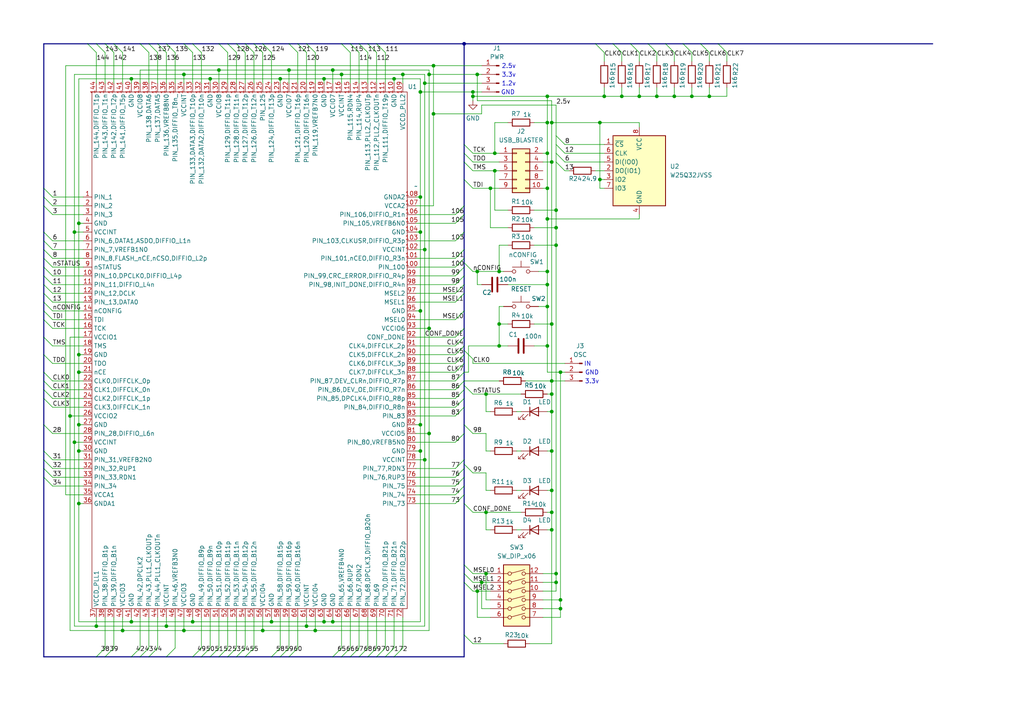
<source format=kicad_sch>
(kicad_sch (version 20231120) (generator "eeschema") (generator_version "8.0")
  (paper "A4")
  (lib_symbols
    (symbol "Connector:Conn_01x03_Pin" (pin_names (offset 1.016) hide)
      (property "Reference" "J" (at 0 5.08 0))
      (property "Value" "Conn_01x03_Pin" (at 0 -5.08 0))
      (symbol "Conn_01x03_Pin_1_1"
        (pin passive line (at 5.08 2.54 180) (length 3.81) (name "Pin_1") (number "1"))
        (pin passive line (at 5.08 0 180) (length 3.81) (name "Pin_2") (number "2"))
        (pin passive line (at 5.08 -2.54 180) (length 3.81) (name "Pin_3") (number "3"))
      )
    )
    (symbol "Connector:Conn_01x04_Pin" (pin_names (offset 1.016) hide)
      (property "Reference" "J" (at 0 5.08 0))
      (property "Value" "Conn_01x04_Pin" (at 0 -7.62 0))
      (symbol "Conn_01x04_Pin_1_1"
        (pin passive line (at 5.08 2.54 180) (length 3.81) (name "Pin_1") (number "1"))
        (pin passive line (at 5.08 0 180) (length 3.81) (name "Pin_2") (number "2"))
        (pin passive line (at 5.08 -2.54 180) (length 3.81) (name "Pin_3") (number "3"))
        (pin passive line (at 5.08 -5.08 180) (length 3.81) (name "Pin_4") (number "4"))
      )
    )
    (symbol "Connector_Generic:Conn_02x05_Odd_Even" (pin_names (offset 1.016) hide)
      (property "Reference" "J" (at 1.27 7.62 0))
      (property "Value" "Conn_02x05_Odd_Even" (at 1.27 -7.62 0))
      (symbol "Conn_02x05_Odd_Even_1_1"
        (pin passive line (at -5.08 5.08 0) (length 3.81) (name "Pin_1") (number "1"))
        (pin passive line (at 7.62 -5.08 180) (length 3.81) (name "Pin_10") (number "10"))
        (pin passive line (at 7.62 5.08 180) (length 3.81) (name "Pin_2") (number "2"))
        (pin passive line (at -5.08 2.54 0) (length 3.81) (name "Pin_3") (number "3"))
        (pin passive line (at 7.62 2.54 180) (length 3.81) (name "Pin_4") (number "4"))
        (pin passive line (at -5.08 0 0) (length 3.81) (name "Pin_5") (number "5"))
        (pin passive line (at 7.62 0 180) (length 3.81) (name "Pin_6") (number "6"))
        (pin passive line (at -5.08 -2.54 0) (length 3.81) (name "Pin_7") (number "7"))
        (pin passive line (at 7.62 -2.54 180) (length 3.81) (name "Pin_8") (number "8"))
        (pin passive line (at -5.08 -5.08 0) (length 3.81) (name "Pin_9") (number "9"))
      )
    )
    (symbol "Device:C" (pin_numbers hide) (pin_names (offset 0.254))
      (property "Reference" "C" (at 0.635 2.54 0))
      (property "Value" "C" (at 0.635 -2.54 0))
      (symbol "C_1_1"
        (pin passive line (at 0 3.81 270) (length 2.794) (name "~") (number "1"))
        (pin passive line (at 0 -3.81 90) (length 2.794) (name "~") (number "2"))
      )
    )
    (symbol "Device:LED" (pin_numbers hide) (pin_names (offset 1.016) hide)
      (property "Reference" "D" (at 0 2.54 0))
      (property "Value" "LED" (at 0 -2.54 0))
      (symbol "LED_1_1"
        (pin passive line (at -3.81 0 0) (length 2.54) (name "K") (number "1"))
        (pin passive line (at 3.81 0 180) (length 2.54) (name "A") (number "2"))
      )
    )
    (symbol "Device:R" (pin_numbers hide) (pin_names (offset 0))
      (property "Reference" "R" (at 2.032 0 90))
      (property "Value" "R" (at 0 0 90))
      (symbol "R_1_1"
        (pin passive line (at 0 3.81 270) (length 1.27) (name "~") (number "1"))
        (pin passive line (at 0 -3.81 90) (length 1.27) (name "~") (number "2"))
      )
    )
    (symbol "Memory_Flash:W25Q32JVSS"
      (property "Reference" "U" (at -6.35 11.43 0))
      (property "Value" "W25Q32JVSS" (at 7.62 11.43 0))
      (symbol "W25Q32JVSS_1_1"
        (pin input line (at -10.16 7.62 0) (length 2.54) (name "~{CS}") (number "1"))
        (pin bidirectional line (at -10.16 0 0) (length 2.54) (name "DO(IO1)") (number "2"))
        (pin bidirectional line (at -10.16 -2.54 0) (length 2.54) (name "IO2") (number "3"))
        (pin power_in line (at 0 -12.7 90) (length 2.54) (name "GND") (number "4"))
        (pin bidirectional line (at -10.16 2.54 0) (length 2.54) (name "DI(IO0)") (number "5"))
        (pin input line (at -10.16 5.08 0) (length 2.54) (name "CLK") (number "6"))
        (pin bidirectional line (at -10.16 -5.08 0) (length 2.54) (name "IO3") (number "7"))
        (pin power_in line (at 0 12.7 270) (length 2.54) (name "VCC") (number "8"))
      )
    )
    (symbol "Switch:SW_DIP_x06" (pin_names (offset 0) hide)
      (property "Reference" "SW" (at 0 11.43 0))
      (property "Value" "SW_DIP_x06" (at 0 -8.89 0))
      (symbol "SW_DIP_x06_1_1"
        (pin passive line (at -7.62 7.62 0) (length 5.08) (name "~") (number "1"))
        (pin passive line (at 7.62 2.54 180) (length 5.08) (name "~") (number "10"))
        (pin passive line (at 7.62 5.08 180) (length 5.08) (name "~") (number "11"))
        (pin passive line (at 7.62 7.62 180) (length 5.08) (name "~") (number "12"))
        (pin passive line (at -7.62 5.08 0) (length 5.08) (name "~") (number "2"))
        (pin passive line (at -7.62 2.54 0) (length 5.08) (name "~") (number "3"))
        (pin passive line (at -7.62 0 0) (length 5.08) (name "~") (number "4"))
        (pin passive line (at -7.62 -2.54 0) (length 5.08) (name "~") (number "5"))
        (pin passive line (at -7.62 -5.08 0) (length 5.08) (name "~") (number "6"))
        (pin passive line (at 7.62 -5.08 180) (length 5.08) (name "~") (number "7"))
        (pin passive line (at 7.62 -2.54 180) (length 5.08) (name "~") (number "8"))
        (pin passive line (at 7.62 0 180) (length 5.08) (name "~") (number "9"))
      )
    )
    (symbol "Switch:SW_Push" (pin_numbers hide) (pin_names (offset 1.016) hide)
      (property "Reference" "SW" (at 1.27 2.54 0))
      (property "Value" "SW_Push" (at 0 -1.524 0))
      (symbol "SW_Push_0_1"
        (pin passive line (at -5.08 0 0) (length 2.54) (name "1") (number "1"))
        (pin passive line (at 5.08 0 180) (length 2.54) (name "2") (number "2"))
      )
    )
    (symbol "cyclone10:10CL010YE144"
      (property "Reference" "U" (at -20.574 57.15 0))
      (symbol "10CL010YE144_1_1"
        (pin bidirectional line (at -48.26 41.91 0) (length 2.54) (name "PIN_1") (number "1"))
        (pin bidirectional line (at -48.26 19.05 0) (length 2.54) (name "PIN_10,DPCLK0,DIFFIO_L4p") (number "10"))
        (pin bidirectional line (at 48.26 21.59 180) (length 2.54) (name "PIN_100") (number "100"))
        (pin bidirectional line (at 48.26 24.13 180) (length 2.54) (name "PIN_101,nCEO,DIFFIO_R3n") (number "101"))
        (pin power_in line (at 48.26 26.67 180) (length 2.54) (name "VCCINT") (number "102"))
        (pin bidirectional line (at 48.26 29.21 180) (length 2.54) (name "PIN_103,CLKUSR,DIFFIO_R3p") (number "103"))
        (pin power_in line (at 48.26 31.75 180) (length 2.54) (name "GND") (number "104"))
        (pin bidirectional line (at 48.26 34.29 180) (length 2.54) (name "PIN_105,VREFB6N0") (number "105"))
        (pin bidirectional line (at 48.26 36.83 180) (length 2.54) (name "PIN_106,DIFFIO_R1n") (number "106"))
        (pin power_in line (at 48.26 39.37 180) (length 2.54) (name "VCCA2") (number "107"))
        (pin power_in line (at 48.26 41.91 180) (length 2.54) (name "GNDA2") (number "108"))
        (pin power_in line (at 44.45 74.93 270) (length 2.54) (name "VCCD_PLL2") (number "109"))
        (pin bidirectional line (at -48.26 16.51 0) (length 2.54) (name "PIN_11,DIFFIO_L4n") (number "11"))
        (pin power_in line (at 41.91 74.93 270) (length 2.54) (name "GND") (number "110"))
        (pin bidirectional line (at 39.37 74.93 270) (length 2.54) (name "PIN_111,DIFFIO_T19p") (number "111"))
        (pin bidirectional line (at 36.83 74.93 270) (length 2.54) (name "PIN_112,PLL2_CLKOUTn") (number "112"))
        (pin bidirectional line (at 34.29 74.93 270) (length 2.54) (name "PIN_113,PLL2_CLKOUTp") (number "113"))
        (pin bidirectional line (at 31.75 74.93 270) (length 2.54) (name "PIN_114,RUP4") (number "114"))
        (pin bidirectional line (at 29.21 74.93 270) (length 2.54) (name "PIN_115,RDN4") (number "115"))
        (pin power_in line (at 26.67 74.93 270) (length 2.54) (name "VCCINT") (number "116"))
        (pin bidirectional line (at 24.13 74.93 270) (length 2.54) (name "VCCIO7") (number "117"))
        (pin power_in line (at 21.59 74.93 270) (length 2.54) (name "GND") (number "118"))
        (pin bidirectional line (at 19.05 74.93 270) (length 2.54) (name "PIN_119,VREFB7N0") (number "119"))
        (pin bidirectional line (at -48.26 13.97 0) (length 2.54) (name "PIN_12,DCLK") (number "12"))
        (pin bidirectional line (at 16.51 74.93 270) (length 2.54) (name "PIN_120,DIFFIO_T16n") (number "120"))
        (pin bidirectional line (at 13.97 74.93 270) (length 2.54) (name "PIN_121,DIFFIO_T16p") (number "121"))
        (pin power_in line (at 11.43 74.93 270) (length 2.54) (name "VCCIO7") (number "122"))
        (pin power_in line (at 8.89 74.93 270) (length 2.54) (name "GND") (number "123"))
        (pin bidirectional line (at 6.35 74.93 270) (length 2.54) (name "PIN_124,DIFFIO_T13p") (number "124"))
        (pin bidirectional line (at 3.81 74.93 270) (length 2.54) (name "PIN_125") (number "125"))
        (pin bidirectional line (at 1.27 74.93 270) (length 2.54) (name "PIN_126,DIFFIO_T12n") (number "126"))
        (pin bidirectional line (at -1.27 74.93 270) (length 2.54) (name "PIN_127,DIFFIO_T12p") (number "127"))
        (pin bidirectional line (at -3.81 74.93 270) (length 2.54) (name "PIN_128,DIFFIO_T11n") (number "128"))
        (pin bidirectional line (at -6.35 74.93 270) (length 2.54) (name "PIN_129,DIFFIO_T11p") (number "129"))
        (pin bidirectional line (at -48.26 11.43 0) (length 2.54) (name "PIN_13,DATA0") (number "13"))
        (pin power_in line (at -8.89 74.93 270) (length 2.54) (name "VCCIO8") (number "130"))
        (pin power_in line (at -11.43 74.93 270) (length 2.54) (name "GND") (number "131"))
        (pin bidirectional line (at -13.97 74.93 270) (length 2.54) (name "PIN_132,DATA2,DIFFIO_T10n") (number "132"))
        (pin bidirectional line (at -16.51 74.93 270) (length 2.54) (name "PIN_133,DATA3,DIFFIO_T10p") (number "133"))
        (pin power_in line (at -19.05 74.93 270) (length 2.54) (name "VCCINT") (number "134"))
        (pin bidirectional line (at -21.59 74.93 270) (length 2.54) (name "PIN_135,DIFFIO_T8n_") (number "135"))
        (pin bidirectional line (at -24.13 74.93 270) (length 2.54) (name "PIN_136,VREFB8N0") (number "136"))
        (pin bidirectional line (at -26.67 74.93 270) (length 2.54) (name "PIN_137,DATA5") (number "137"))
        (pin bidirectional line (at -29.21 74.93 270) (length 2.54) (name "PIN_138,DATA6") (number "138"))
        (pin power_in line (at -31.75 74.93 270) (length 2.54) (name "VCCIO8") (number "139"))
        (pin input line (at -48.26 8.89 0) (length 2.54) (name "nCONFIG") (number "14"))
        (pin power_in line (at -34.29 74.93 270) (length 2.54) (name "GND") (number "140"))
        (pin bidirectional line (at -36.83 74.93 270) (length 2.54) (name "PIN_141,DIFFIO_T5p") (number "141"))
        (pin bidirectional line (at -39.37 74.93 270) (length 2.54) (name "PIN_142,DIFFIO_T2p") (number "142"))
        (pin bidirectional line (at -41.91 74.93 270) (length 2.54) (name "PIN_143,DIFFIO_T1n") (number "143"))
        (pin bidirectional line (at -44.45 74.93 270) (length 2.54) (name "PIN_144,DIFFIO_T1p") (number "144"))
        (pin input line (at -48.26 6.35 0) (length 2.54) (name "TDI") (number "15"))
        (pin input line (at -48.26 3.81 0) (length 2.54) (name "TCK") (number "16"))
        (pin power_in line (at -48.26 1.27 0) (length 2.54) (name "VCCIO1") (number "17"))
        (pin input line (at -48.26 -1.27 0) (length 2.54) (name "TMS") (number "18"))
        (pin power_in line (at -48.26 -3.81 0) (length 2.54) (name "GND") (number "19"))
        (pin bidirectional line (at -48.26 39.37 0) (length 2.54) (name "PIN_2") (number "2"))
        (pin output line (at -48.26 -6.35 0) (length 2.54) (name "TDO") (number "20"))
        (pin input line (at -48.26 -8.89 0) (length 2.54) (name "nCE") (number "21"))
        (pin input line (at -48.26 -11.43 0) (length 2.54) (name "CLK0,DIFFCLK_0p") (number "22"))
        (pin input line (at -48.26 -13.97 0) (length 2.54) (name "CLK1,DIFFCLK_0n") (number "23"))
        (pin input line (at -48.26 -16.51 0) (length 2.54) (name "CLK2,DIFFCLK_1p") (number "24"))
        (pin input line (at -48.26 -19.05 0) (length 2.54) (name "CLK3,DIFFCLK_1n") (number "25"))
        (pin power_in line (at -48.26 -21.59 0) (length 2.54) (name "VCCIO2") (number "26"))
        (pin power_in line (at -48.26 -24.13 0) (length 2.54) (name "GND") (number "27"))
        (pin bidirectional line (at -48.26 -26.67 0) (length 2.54) (name "PIN_28,DIFFIO_L6n") (number "28"))
        (pin power_in line (at -48.26 -29.21 0) (length 2.54) (name "VCCINT") (number "29"))
        (pin bidirectional line (at -48.26 36.83 0) (length 2.54) (name "PIN_3") (number "3"))
        (pin power_in line (at -48.26 -31.75 0) (length 2.54) (name "GND") (number "30"))
        (pin bidirectional line (at -48.26 -34.29 0) (length 2.54) (name "PIN_31,VREFB2N0") (number "31"))
        (pin bidirectional line (at -48.26 -36.83 0) (length 2.54) (name "PIN_32,RUP1") (number "32"))
        (pin bidirectional line (at -48.26 -39.37 0) (length 2.54) (name "PIN_33,RDN1") (number "33"))
        (pin bidirectional line (at -48.26 -41.91 0) (length 2.54) (name "PIN_34") (number "34"))
        (pin power_in line (at -48.26 -44.45 0) (length 2.54) (name "VCCA1") (number "35"))
        (pin bidirectional line (at -48.26 -46.99 0) (length 2.54) (name "GNDA1") (number "36"))
        (pin power_in line (at -44.45 -80.01 90) (length 2.54) (name "VCCD_PLL1") (number "37"))
        (pin bidirectional line (at -41.91 -80.01 90) (length 2.54) (name "PIN_38,DIFFIO_B1p") (number "38"))
        (pin bidirectional line (at -39.37 -80.01 90) (length 2.54) (name "PIN_39,DIFFIO_B1n") (number "39"))
        (pin power_in line (at -48.26 34.29 0) (length 2.54) (name "GND") (number "4"))
        (pin power_in line (at -36.83 -80.01 90) (length 2.54) (name "VCCIO3") (number "40"))
        (pin power_in line (at -34.29 -80.01 90) (length 2.54) (name "GND") (number "41"))
        (pin bidirectional line (at -31.75 -80.01 90) (length 2.54) (name "PIN_42,DPCLK2") (number "42"))
        (pin bidirectional line (at -29.21 -80.01 90) (length 2.54) (name "PIN_43,PLL1_CLKOUTp") (number "43"))
        (pin bidirectional line (at -26.67 -80.01 90) (length 2.54) (name "PIN_44,PLL1_CLKOUTn") (number "44"))
        (pin power_in line (at -24.13 -80.01 90) (length 2.54) (name "VCCINT") (number "45"))
        (pin bidirectional line (at -21.59 -80.01 90) (length 2.54) (name "PIN_46,VREFB3N0") (number "46"))
        (pin power_in line (at -19.05 -80.01 90) (length 2.54) (name "VCCIO3") (number "47"))
        (pin power_in line (at -16.51 -80.01 90) (length 2.54) (name "GND") (number "48"))
        (pin bidirectional line (at -13.97 -80.01 90) (length 2.54) (name "PIN_49,DIFFIO_B9p") (number "49"))
        (pin power_in line (at -48.26 31.75 0) (length 2.54) (name "VCCINT") (number "5"))
        (pin bidirectional line (at -11.43 -80.01 90) (length 2.54) (name "PIN_50,DIFFIO_B9n") (number "50"))
        (pin bidirectional line (at -8.89 -80.01 90) (length 2.54) (name "PIN_51,DIFFIO_B10p") (number "51"))
        (pin input line (at -6.35 -80.01 90) (length 2.54) (name "PIN_52,DIFFIO_B11p") (number "52"))
        (pin bidirectional line (at -3.81 -80.01 90) (length 2.54) (name "PIN_53,DIFFIO_B11n") (number "53"))
        (pin bidirectional line (at -1.27 -80.01 90) (length 2.54) (name "PIN_54,DIFFIO_B12p") (number "54"))
        (pin bidirectional line (at 1.27 -80.01 90) (length 2.54) (name "PIN_55,DIFFIO_B12n") (number "55"))
        (pin power_in line (at 3.81 -80.01 90) (length 2.54) (name "VCCIO4") (number "56"))
        (pin power_in line (at 6.35 -80.01 90) (length 2.54) (name "GND") (number "57"))
        (pin bidirectional line (at 8.89 -80.01 90) (length 2.54) (name "PIN_58,DIFFIO_B15p") (number "58"))
        (pin bidirectional line (at 11.43 -80.01 90) (length 2.54) (name "PIN_59,DIFFIO_B16p") (number "59"))
        (pin bidirectional line (at -48.26 29.21 0) (length 2.54) (name "PIN_6,DATA1,ASDO,DIFFIO_L1n") (number "6"))
        (pin bidirectional line (at 13.97 -80.01 90) (length 2.54) (name "PIN_60,DIFFIO_B16n") (number "60"))
        (pin power_in line (at 16.51 -80.01 90) (length 2.54) (name "VCCINT") (number "61"))
        (pin power_in line (at 19.05 -80.01 90) (length 2.54) (name "VCCIO4") (number "62"))
        (pin power_in line (at 21.59 -80.01 90) (length 2.54) (name "GND") (number "63"))
        (pin power_in line (at 24.13 -80.01 90) (length 2.54) (name "GND") (number "64"))
        (pin bidirectional line (at 26.67 -80.01 90) (length 2.54) (name "PIN_65,VREFB4N0") (number "65"))
        (pin bidirectional line (at 29.21 -80.01 90) (length 2.54) (name "PIN_66,RUP2") (number "66"))
        (pin bidirectional line (at 31.75 -80.01 90) (length 2.54) (name "PIN_67,RDN2") (number "67"))
        (pin bidirectional line (at 34.29 -80.01 90) (length 2.54) (name "PIN_68,DPCLK3,DIFFIO_B20n") (number "68"))
        (pin bidirectional line (at 36.83 -80.01 90) (length 2.54) (name "PIN_69") (number "69"))
        (pin bidirectional line (at -48.26 26.67 0) (length 2.54) (name "PIN_7,VREFB1N0") (number "7"))
        (pin bidirectional line (at 39.37 -80.01 90) (length 2.54) (name "PIN_70,DIFFIO_B21p") (number "70"))
        (pin bidirectional line (at 41.91 -80.01 90) (length 2.54) (name "PIN_71,DIFFIO_B21n") (number "71"))
        (pin bidirectional line (at 44.45 -80.01 90) (length 2.54) (name "PIN_72,DIFFIO_B22p") (number "72"))
        (pin bidirectional line (at 48.26 -46.99 180) (length 2.54) (name "PIN_73") (number "73"))
        (pin bidirectional line (at 48.26 -44.45 180) (length 2.54) (name "PIN_74") (number "74"))
        (pin bidirectional line (at 48.26 -41.91 180) (length 2.54) (name "PIN_75") (number "75"))
        (pin bidirectional line (at 48.26 -39.37 180) (length 2.54) (name "PIN_76,RUP3") (number "76"))
        (pin bidirectional line (at 48.26 -36.83 180) (length 2.54) (name "PIN_77,RDN3") (number "77"))
        (pin power_in line (at 48.26 -34.29 180) (length 2.54) (name "VCCINT") (number "78"))
        (pin power_in line (at 48.26 -31.75 180) (length 2.54) (name "GND") (number "79"))
        (pin bidirectional line (at -48.26 24.13 0) (length 2.54) (name "PIN_8,FLASH_nCE,nCSO,DIFFIO_L2p") (number "8"))
        (pin bidirectional line (at 48.26 -29.21 180) (length 2.54) (name "PIN_80,VREFB5N0") (number "80"))
        (pin power_in line (at 48.26 -26.67 180) (length 2.54) (name "VCCIO5") (number "81"))
        (pin power_in line (at 48.26 -24.13 180) (length 2.54) (name "GND") (number "82"))
        (pin bidirectional line (at 48.26 -21.59 180) (length 2.54) (name "PIN_83") (number "83"))
        (pin bidirectional line (at 48.26 -19.05 180) (length 2.54) (name "PIN_84,DIFFIO_R8n") (number "84"))
        (pin bidirectional line (at 48.26 -16.51 180) (length 2.54) (name "PIN_85,DPCLK4,DIFFIO_R8p") (number "85"))
        (pin bidirectional line (at 48.26 -13.97 180) (length 2.54) (name "PIN_86,DEV_OE,DIFFIO_R7n") (number "86"))
        (pin bidirectional line (at 48.26 -11.43 180) (length 2.54) (name "PIN_87,DEV_CLRn,DIFFIO_R7p") (number "87"))
        (pin input line (at 48.26 -8.89 180) (length 2.54) (name "CLK7,DIFFCLK_3n") (number "88"))
        (pin input line (at 48.26 -6.35 180) (length 2.54) (name "CLK6,DIFFCLK_3p") (number "89"))
        (pin output line (at -48.26 21.59 0) (length 2.54) (name "nSTATUS") (number "9"))
        (pin input line (at 48.26 -3.81 180) (length 2.54) (name "CLK5,DIFFCLK_2n") (number "90"))
        (pin input line (at 48.26 -1.27 180) (length 2.54) (name "CLK4,DIFFCLK_2p") (number "91"))
        (pin output line (at 48.26 1.27 180) (length 2.54) (name "CONF_DONE") (number "92"))
        (pin power_in line (at 48.26 3.81 180) (length 2.54) (name "VCCIO6") (number "93"))
        (pin input line (at 48.26 6.35 180) (length 2.54) (name "MSEL0") (number "94"))
        (pin power_in line (at 48.26 8.89 180) (length 2.54) (name "GND") (number "95"))
        (pin input line (at 48.26 11.43 180) (length 2.54) (name "MSEL1") (number "96"))
        (pin input line (at 48.26 13.97 180) (length 2.54) (name "MSEL2") (number "97"))
        (pin bidirectional line (at 48.26 16.51 180) (length 2.54) (name "PIN_98,INIT_DONE,DIFFIO_R4n") (number "98"))
        (pin bidirectional line (at 48.26 19.05 180) (length 2.54) (name "PIN_99,CRC_ERROR,DIFFIO_R4p") (number "99"))
      )
    )
    (symbol "power:GND" (power) (pin_numbers hide) (pin_names (offset 0) hide)
      (property "Value" "GND" (at 0 -3.81 0))
      (symbol "GND_1_1"
        (pin power_in line (at 0 0 270) (length 0) (name "~") (number "1"))
      )
    )
  )
  (junction (at 180.34 27.94))
  (junction (at 144.78 78.74))
  (junction (at 121.92 67.31))
  (junction (at 144.78 100.33))
  (junction (at 205.74 27.94))
  (junction (at 53.34 21.59))
  (junction (at 142.24 54.61))
  (junction (at 121.92 90.17))
  (junction (at 158.75 35.56))
  (junction (at 185.42 27.94))
  (junction (at 160.02 119.38))
  (junction (at 76.2 182.88))
  (junction (at 140.97 166.37))
  (junction (at 158.75 82.55))
  (junction (at 114.3 22.86))
  (junction (at 160.02 130.81))
  (junction (at 55.88 180.34))
  (junction (at 158.75 88.9))
  (junction (at 161.29 166.37))
  (junction (at 200.66 27.94))
  (junction (at 143.51 44.45))
  (junction (at 125.73 19.05))
  (junction (at 158.75 63.5))
  (junction (at 38.1 22.86))
  (junction (at 93.98 22.86))
  (junction (at 48.26 181.61))
  (junction (at 160.02 148.59))
  (junction (at 158.75 27.94))
  (junction (at 158.75 100.33))
  (junction (at 21.59 67.31))
  (junction (at 161.29 60.96))
  (junction (at 173.99 52.07))
  (junction (at 161.29 71.12))
  (junction (at 121.92 26.67))
  (junction (at 123.19 72.39))
  (junction (at 78.74 180.34))
  (junction (at 27.94 181.61))
  (junction (at 124.46 95.25))
  (junction (at 160.02 153.67))
  (junction (at 63.5 20.32))
  (junction (at 88.9 181.61))
  (junction (at 21.59 128.27))
  (junction (at 162.56 173.99))
  (junction (at 158.75 78.74))
  (junction (at 123.19 24.13))
  (junction (at 143.51 49.53))
  (junction (at 60.96 22.86))
  (junction (at 53.34 182.88))
  (junction (at 160.02 142.24))
  (junction (at 91.44 182.88))
  (junction (at 134.62 12.7))
  (junction (at 162.56 107.95))
  (junction (at 160.02 46.99))
  (junction (at 22.86 64.77))
  (junction (at 125.73 33.02))
  (junction (at 22.86 102.87))
  (junction (at 138.43 21.59))
  (junction (at 137.16 26.67))
  (junction (at 144.78 93.98))
  (junction (at 121.92 123.19))
  (junction (at 175.26 27.94))
  (junction (at 124.46 21.59))
  (junction (at 160.02 110.49))
  (junction (at 190.5 27.94))
  (junction (at 93.98 180.34))
  (junction (at 22.86 107.95))
  (junction (at 116.84 21.59))
  (junction (at 138.43 171.45))
  (junction (at 138.43 78.74))
  (junction (at 158.75 44.45))
  (junction (at 195.58 27.94))
  (junction (at 160.02 35.56))
  (junction (at 140.97 148.59))
  (junction (at 83.82 20.32))
  (junction (at 162.56 176.53))
  (junction (at 160.02 93.98))
  (junction (at 123.19 133.35))
  (junction (at 124.46 125.73))
  (junction (at 99.06 21.59))
  (junction (at 38.1 180.34))
  (junction (at 173.99 35.56))
  (junction (at 161.29 66.04))
  (junction (at 161.29 168.91))
  (junction (at 139.7 168.91))
  (junction (at 121.92 57.15))
  (junction (at 81.28 22.86))
  (junction (at 121.92 130.81))
  (junction (at 140.97 114.3))
  (junction (at 160.02 114.3))
  (junction (at 20.32 120.65))
  (junction (at 96.52 20.32))
  (junction (at 22.86 130.81))
  (junction (at 137.16 27.94))
  (junction (at 158.75 54.61))
  (junction (at 22.86 146.05))
  (junction (at 96.52 180.34))
  (junction (at 22.86 123.19))
  (junction (at 35.56 182.88))
  (bus_entry (at 132.08 80.01) (size 2.54 -2.54))
  (bus_entry (at 132.08 115.57) (size 2.54 -2.54))
  (bus_entry (at 134.62 101.6) (size 2.54 2.54))
  (bus_entry (at 33.02 12.7) (size 2.54 2.54))
  (bus_entry (at 134.62 123.19) (size 2.54 2.54))
  (bus_entry (at 132.08 113.03) (size 2.54 -2.54))
  (bus_entry (at 132.08 62.23) (size 2.54 -2.54))
  (bus_entry (at 81.28 187.96) (size -2.54 2.54))
  (bus_entry (at 101.6 12.7) (size 2.54 2.54))
  (bus_entry (at 30.48 187.96) (size -2.54 2.54))
  (bus_entry (at 104.14 187.96) (size -2.54 2.54))
  (bus_entry (at 12.7 110.49) (size 2.54 2.54))
  (bus_entry (at 12.7 57.15) (size 2.54 2.54))
  (bus_entry (at 114.3 187.96) (size -2.54 2.54))
  (bus_entry (at 71.12 187.96) (size -2.54 2.54))
  (bus_entry (at 88.9 12.7) (size 2.54 2.54))
  (bus_entry (at 12.7 72.39) (size 2.54 2.54))
  (bus_entry (at 12.7 80.01) (size 2.54 2.54))
  (bus_entry (at 109.22 187.96) (size -2.54 2.54))
  (bus_entry (at 12.7 133.35) (size 2.54 2.54))
  (bus_entry (at 104.14 12.7) (size 2.54 2.54))
  (bus_entry (at 132.08 110.49) (size 2.54 -2.54))
  (bus_entry (at 111.76 187.96) (size -2.54 2.54))
  (bus_entry (at 86.36 187.96) (size -2.54 2.54))
  (bus_entry (at 132.08 97.79) (size 2.54 -2.54))
  (bus_entry (at 40.64 12.7) (size 2.54 2.54))
  (bus_entry (at 12.7 69.85) (size 2.54 2.54))
  (bus_entry (at 48.26 12.7) (size 2.54 2.54))
  (bus_entry (at 132.08 87.63) (size 2.54 -2.54))
  (bus_entry (at 161.29 44.45) (size 2.54 2.54))
  (bus_entry (at 86.36 12.7) (size 2.54 2.54))
  (bus_entry (at 76.2 12.7) (size 2.54 2.54))
  (bus_entry (at 187.96 12.7) (size 2.54 2.54))
  (bus_entry (at 161.29 39.37) (size 2.54 2.54))
  (bus_entry (at 40.64 187.96) (size -2.54 2.54))
  (bus_entry (at 134.62 163.83) (size 2.54 2.54))
  (bus_entry (at 55.88 12.7) (size 2.54 2.54))
  (bus_entry (at 132.08 102.87) (size 2.54 -2.54))
  (bus_entry (at 83.82 12.7) (size 2.54 2.54))
  (bus_entry (at 12.7 77.47) (size 2.54 2.54))
  (bus_entry (at 193.04 12.7) (size 2.54 2.54))
  (bus_entry (at 25.4 12.7) (size 2.54 2.54))
  (bus_entry (at 132.08 92.71) (size 2.54 -2.54))
  (bus_entry (at 132.08 135.89) (size 2.54 -2.54))
  (bus_entry (at 161.29 46.99) (size 2.54 2.54))
  (bus_entry (at 132.08 140.97) (size 2.54 -2.54))
  (bus_entry (at 134.62 46.99) (size 2.54 2.54))
  (bus_entry (at 132.08 146.05) (size 2.54 -2.54))
  (bus_entry (at 45.72 12.7) (size 2.54 2.54))
  (bus_entry (at 12.7 67.31) (size 2.54 2.54))
  (bus_entry (at 12.7 82.55) (size 2.54 2.54))
  (bus_entry (at 109.22 12.7) (size 2.54 2.54))
  (bus_entry (at 132.08 82.55) (size 2.54 -2.54))
  (bus_entry (at 132.08 64.77) (size 2.54 -2.54))
  (bus_entry (at 132.08 128.27) (size 2.54 -2.54))
  (bus_entry (at 208.28 12.7) (size 2.54 2.54))
  (bus_entry (at 172.72 12.7) (size 2.54 2.54))
  (bus_entry (at 12.7 130.81) (size 2.54 2.54))
  (bus_entry (at 177.8 12.7) (size 2.54 2.54))
  (bus_entry (at 132.08 74.93) (size 2.54 -2.54))
  (bus_entry (at 132.08 143.51) (size 2.54 -2.54))
  (bus_entry (at 134.62 166.37) (size 2.54 2.54))
  (bus_entry (at 198.12 12.7) (size 2.54 2.54))
  (bus_entry (at 134.62 184.15) (size 2.54 2.54))
  (bus_entry (at 12.7 123.19) (size 2.54 2.54))
  (bus_entry (at 132.08 69.85) (size 2.54 -2.54))
  (bus_entry (at 132.08 120.65) (size 2.54 -2.54))
  (bus_entry (at 12.7 102.87) (size 2.54 2.54))
  (bus_entry (at 63.5 187.96) (size -2.54 2.54))
  (bus_entry (at 60.96 187.96) (size -2.54 2.54))
  (bus_entry (at 12.7 92.71) (size 2.54 2.54))
  (bus_entry (at 116.84 187.96) (size -2.54 2.54))
  (bus_entry (at 12.7 113.03) (size 2.54 2.54))
  (bus_entry (at 99.06 187.96) (size -2.54 2.54))
  (bus_entry (at 12.7 54.61) (size 2.54 2.54))
  (bus_entry (at 161.29 41.91) (size 2.54 2.54))
  (bus_entry (at 68.58 187.96) (size -2.54 2.54))
  (bus_entry (at 134.62 52.07) (size 2.54 2.54))
  (bus_entry (at 58.42 187.96) (size -2.54 2.54))
  (bus_entry (at 106.68 12.7) (size 2.54 2.54))
  (bus_entry (at 12.7 138.43) (size 2.54 2.54))
  (bus_entry (at 99.06 12.7) (size 2.54 2.54))
  (bus_entry (at 134.62 111.76) (size 2.54 2.54))
  (bus_entry (at 12.7 59.69) (size 2.54 2.54))
  (bus_entry (at 182.88 12.7) (size 2.54 2.54))
  (bus_entry (at 132.08 107.95) (size 2.54 -2.54))
  (bus_entry (at 43.18 187.96) (size -2.54 2.54))
  (bus_entry (at 12.7 90.17) (size 2.54 2.54))
  (bus_entry (at 63.5 12.7) (size 2.54 2.54))
  (bus_entry (at 132.08 100.33) (size 2.54 -2.54))
  (bus_entry (at 132.08 85.09) (size 2.54 -2.54))
  (bus_entry (at 71.12 12.7) (size 2.54 2.54))
  (bus_entry (at 12.7 74.93) (size 2.54 2.54))
  (bus_entry (at 134.62 168.91) (size 2.54 2.54))
  (bus_entry (at 132.08 105.41) (size 2.54 -2.54))
  (bus_entry (at 33.02 187.96) (size -2.54 2.54))
  (bus_entry (at 134.62 44.45) (size 2.54 2.54))
  (bus_entry (at 203.2 12.7) (size 2.54 2.54))
  (bus_entry (at 73.66 12.7) (size 2.54 2.54))
  (bus_entry (at 134.62 146.05) (size 2.54 2.54))
  (bus_entry (at 83.82 187.96) (size -2.54 2.54))
  (bus_entry (at 43.18 12.7) (size 2.54 2.54))
  (bus_entry (at 134.62 134.62) (size 2.54 2.54))
  (bus_entry (at 134.62 41.91) (size 2.54 2.54))
  (bus_entry (at 45.72 187.96) (size -2.54 2.54))
  (bus_entry (at 132.08 118.11) (size 2.54 -2.54))
  (bus_entry (at 106.68 187.96) (size -2.54 2.54))
  (bus_entry (at 12.7 115.57) (size 2.54 2.54))
  (bus_entry (at 12.7 97.79) (size 2.54 2.54))
  (bus_entry (at 12.7 87.63) (size 2.54 2.54))
  (bus_entry (at 66.04 187.96) (size -2.54 2.54))
  (bus_entry (at 134.62 76.2) (size 2.54 2.54))
  (bus_entry (at 68.58 12.7) (size 2.54 2.54))
  (bus_entry (at 12.7 85.09) (size 2.54 2.54))
  (bus_entry (at 132.08 138.43) (size 2.54 -2.54))
  (bus_entry (at 30.48 12.7) (size 2.54 2.54))
  (bus_entry (at 132.08 77.47) (size 2.54 -2.54))
  (bus_entry (at 27.94 12.7) (size 2.54 2.54))
  (bus_entry (at 12.7 107.95) (size 2.54 2.54))
  (bus_entry (at 101.6 187.96) (size -2.54 2.54))
  (bus_entry (at 73.66 187.96) (size -2.54 2.54))
  (bus_entry (at 53.34 12.7) (size 2.54 2.54))
  (bus_entry (at 66.04 12.7) (size 2.54 2.54))
  (bus_entry (at 50.8 187.96) (size -2.54 2.54))
  (bus_entry (at 12.7 135.89) (size 2.54 2.54))
  (bus (pts (xy 109.22 12.7) (xy 106.68 12.7)))
  (wire (pts (xy 120.65 135.89) (xy 132.08 135.89)))
  (wire (pts (xy 15.24 92.71) (xy 24.13 92.71)))
  (wire (pts (xy 15.24 74.93) (xy 24.13 74.93)))
  (wire (pts (xy 195.58 27.94) (xy 190.5 27.94)))
  (wire (pts (xy 40.64 179.07) (xy 40.64 187.96)))
  (wire (pts (xy 152.4 110.49) (xy 160.02 110.49)))
  (wire (pts (xy 205.74 25.4) (xy 205.74 27.94)))
  (wire (pts (xy 22.86 130.81) (xy 22.86 123.19)))
  (wire (pts (xy 143.51 49.53) (xy 143.51 60.96)))
  (wire (pts (xy 99.06 179.07) (xy 99.06 187.96)))
  (wire (pts (xy 35.56 182.88) (xy 20.32 182.88)))
  (wire (pts (xy 123.19 24.13) (xy 123.19 72.39)))
  (bus (pts (xy 43.18 190.5) (xy 48.26 190.5)))
  (wire (pts (xy 200.66 27.94) (xy 195.58 27.94)))
  (bus (pts (xy 134.62 95.25) (xy 134.62 90.17)))
  (wire (pts (xy 24.13 64.77) (xy 22.86 64.77)))
  (wire (pts (xy 63.5 179.07) (xy 63.5 187.96)))
  (wire (pts (xy 71.12 15.24) (xy 71.12 24.13)))
  (bus (pts (xy 187.96 12.7) (xy 193.04 12.7)))
  (wire (pts (xy 138.43 29.21) (xy 138.43 21.59)))
  (wire (pts (xy 109.22 179.07) (xy 109.22 187.96)))
  (wire (pts (xy 20.32 97.79) (xy 20.32 120.65)))
  (wire (pts (xy 120.65 77.47) (xy 132.08 77.47)))
  (bus (pts (xy 71.12 190.5) (xy 78.74 190.5)))
  (wire (pts (xy 22.86 123.19) (xy 22.86 107.95)))
  (wire (pts (xy 162.56 173.99) (xy 162.56 107.95)))
  (wire (pts (xy 78.74 15.24) (xy 78.74 24.13)))
  (wire (pts (xy 158.75 148.59) (xy 160.02 148.59)))
  (wire (pts (xy 15.24 85.09) (xy 24.13 85.09)))
  (bus (pts (xy 12.7 59.69) (xy 12.7 67.31)))
  (wire (pts (xy 40.64 24.13) (xy 40.64 20.32)))
  (wire (pts (xy 73.66 179.07) (xy 73.66 187.96)))
  (wire (pts (xy 120.65 107.95) (xy 132.08 107.95)))
  (wire (pts (xy 137.16 125.73) (xy 140.97 125.73)))
  (wire (pts (xy 121.92 130.81) (xy 121.92 180.34)))
  (bus (pts (xy 12.7 85.09) (xy 12.7 87.63)))
  (wire (pts (xy 20.32 120.65) (xy 24.13 120.65)))
  (wire (pts (xy 157.48 179.07) (xy 162.56 179.07)))
  (wire (pts (xy 116.84 179.07) (xy 116.84 187.96)))
  (bus (pts (xy 83.82 190.5) (xy 96.52 190.5)))
  (bus (pts (xy 134.62 52.07) (xy 134.62 46.99)))
  (wire (pts (xy 93.98 24.13) (xy 93.98 22.86)))
  (wire (pts (xy 15.24 133.35) (xy 24.13 133.35)))
  (bus (pts (xy 45.72 12.7) (xy 43.18 12.7)))
  (wire (pts (xy 154.94 71.12) (xy 161.29 71.12)))
  (wire (pts (xy 96.52 24.13) (xy 96.52 20.32)))
  (wire (pts (xy 205.74 27.94) (xy 200.66 27.94)))
  (wire (pts (xy 124.46 21.59) (xy 124.46 95.25)))
  (wire (pts (xy 99.06 21.59) (xy 116.84 21.59)))
  (bus (pts (xy 12.7 80.01) (xy 12.7 82.55)))
  (wire (pts (xy 210.82 27.94) (xy 205.74 27.94)))
  (wire (pts (xy 48.26 179.07) (xy 48.26 181.61)))
  (wire (pts (xy 43.18 179.07) (xy 43.18 187.96)))
  (wire (pts (xy 190.5 25.4) (xy 190.5 27.94)))
  (wire (pts (xy 161.29 66.04) (xy 161.29 60.96)))
  (wire (pts (xy 160.02 119.38) (xy 160.02 130.81)))
  (wire (pts (xy 15.24 140.97) (xy 24.13 140.97)))
  (wire (pts (xy 157.48 166.37) (xy 161.29 166.37)))
  (bus (pts (xy 134.62 85.09) (xy 134.62 82.55)))
  (bus (pts (xy 66.04 190.5) (xy 68.58 190.5)))
  (wire (pts (xy 21.59 181.61) (xy 21.59 128.27)))
  (wire (pts (xy 124.46 21.59) (xy 138.43 21.59)))
  (bus (pts (xy 12.7 69.85) (xy 12.7 72.39)))
  (wire (pts (xy 91.44 182.88) (xy 76.2 182.88)))
  (wire (pts (xy 154.94 35.56) (xy 158.75 35.56)))
  (wire (pts (xy 27.94 181.61) (xy 21.59 181.61)))
  (bus (pts (xy 134.62 138.43) (xy 134.62 135.89)))
  (wire (pts (xy 33.02 179.07) (xy 33.02 187.96)))
  (bus (pts (xy 134.62 97.79) (xy 134.62 95.25)))
  (bus (pts (xy 66.04 12.7) (xy 63.5 12.7)))
  (wire (pts (xy 144.78 78.74) (xy 146.05 78.74)))
  (wire (pts (xy 120.65 133.35) (xy 123.19 133.35)))
  (wire (pts (xy 125.73 33.02) (xy 125.73 59.69)))
  (wire (pts (xy 96.52 179.07) (xy 96.52 180.34)))
  (wire (pts (xy 140.97 166.37) (xy 140.97 173.99)))
  (bus (pts (xy 12.7 113.03) (xy 12.7 115.57)))
  (bus (pts (xy 63.5 190.5) (xy 66.04 190.5)))
  (wire (pts (xy 140.97 142.24) (xy 140.97 137.16)))
  (wire (pts (xy 180.34 25.4) (xy 180.34 27.94)))
  (wire (pts (xy 160.02 153.67) (xy 160.02 148.59)))
  (bus (pts (xy 12.7 138.43) (xy 12.7 190.5)))
  (wire (pts (xy 158.75 35.56) (xy 158.75 27.94)))
  (bus (pts (xy 134.62 140.97) (xy 134.62 138.43)))
  (wire (pts (xy 153.67 186.69) (xy 160.02 186.69)))
  (wire (pts (xy 147.32 82.55) (xy 158.75 82.55)))
  (wire (pts (xy 22.86 102.87) (xy 24.13 102.87)))
  (bus (pts (xy 182.88 12.7) (xy 187.96 12.7)))
  (wire (pts (xy 53.34 179.07) (xy 53.34 182.88)))
  (wire (pts (xy 190.5 15.24) (xy 190.5 17.78)))
  (wire (pts (xy 139.7 168.91) (xy 139.7 176.53)))
  (wire (pts (xy 163.83 41.91) (xy 175.26 41.91)))
  (bus (pts (xy 106.68 190.5) (xy 109.22 190.5)))
  (wire (pts (xy 123.19 72.39) (xy 123.19 133.35)))
  (bus (pts (xy 76.2 12.7) (xy 73.66 12.7)))
  (wire (pts (xy 144.78 100.33) (xy 144.78 93.98)))
  (wire (pts (xy 142.24 171.45) (xy 138.43 171.45)))
  (wire (pts (xy 158.75 54.61) (xy 158.75 44.45)))
  (wire (pts (xy 15.24 59.69) (xy 24.13 59.69)))
  (bus (pts (xy 12.7 190.5) (xy 27.94 190.5)))
  (wire (pts (xy 140.97 153.67) (xy 140.97 148.59)))
  (wire (pts (xy 120.65 130.81) (xy 121.92 130.81)))
  (wire (pts (xy 38.1 179.07) (xy 38.1 180.34)))
  (wire (pts (xy 86.36 179.07) (xy 86.36 187.96)))
  (wire (pts (xy 138.43 21.59) (xy 139.7 21.59)))
  (wire (pts (xy 137.16 105.41) (xy 137.16 104.14)))
  (wire (pts (xy 68.58 15.24) (xy 68.58 24.13)))
  (wire (pts (xy 30.48 179.07) (xy 30.48 187.96)))
  (wire (pts (xy 60.96 179.07) (xy 60.96 187.96)))
  (wire (pts (xy 162.56 176.53) (xy 162.56 173.99)))
  (wire (pts (xy 123.19 181.61) (xy 88.9 181.61)))
  (wire (pts (xy 149.86 142.24) (xy 151.13 142.24)))
  (bus (pts (xy 134.62 80.01) (xy 134.62 77.47)))
  (wire (pts (xy 160.02 186.69) (xy 160.02 153.67)))
  (wire (pts (xy 137.16 26.67) (xy 139.7 26.67)))
  (bus (pts (xy 101.6 12.7) (xy 99.06 12.7)))
  (wire (pts (xy 43.18 15.24) (xy 43.18 24.13)))
  (wire (pts (xy 15.24 90.17) (xy 24.13 90.17)))
  (wire (pts (xy 161.29 66.04) (xy 161.29 71.12)))
  (wire (pts (xy 142.24 130.81) (xy 140.97 130.81)))
  (wire (pts (xy 140.97 119.38) (xy 140.97 114.3)))
  (wire (pts (xy 139.7 33.02) (xy 125.73 33.02)))
  (wire (pts (xy 125.73 59.69) (xy 120.65 59.69)))
  (wire (pts (xy 83.82 179.07) (xy 83.82 187.96)))
  (wire (pts (xy 121.92 22.86) (xy 121.92 26.67)))
  (wire (pts (xy 19.05 19.05) (xy 125.73 19.05)))
  (wire (pts (xy 154.94 100.33) (xy 158.75 100.33)))
  (bus (pts (xy 104.14 190.5) (xy 106.68 190.5)))
  (wire (pts (xy 15.24 77.47) (xy 24.13 77.47)))
  (bus (pts (xy 30.48 190.5) (xy 38.1 190.5)))
  (wire (pts (xy 15.24 87.63) (xy 24.13 87.63)))
  (wire (pts (xy 185.42 62.23) (xy 185.42 63.5)))
  (wire (pts (xy 60.96 22.86) (xy 81.28 22.86)))
  (bus (pts (xy 208.28 12.7) (xy 270.51 12.7)))
  (wire (pts (xy 157.48 171.45) (xy 161.29 171.45)))
  (bus (pts (xy 12.7 135.89) (xy 12.7 138.43)))
  (wire (pts (xy 158.75 100.33) (xy 158.75 88.9)))
  (wire (pts (xy 53.34 182.88) (xy 35.56 182.88)))
  (wire (pts (xy 200.66 15.24) (xy 200.66 17.78)))
  (bus (pts (xy 12.7 87.63) (xy 12.7 90.17)))
  (wire (pts (xy 137.16 27.94) (xy 137.16 29.21)))
  (wire (pts (xy 48.26 15.24) (xy 48.26 24.13)))
  (bus (pts (xy 134.62 101.6) (xy 134.62 100.33)))
  (wire (pts (xy 68.58 179.07) (xy 68.58 187.96)))
  (wire (pts (xy 137.16 166.37) (xy 140.97 166.37)))
  (wire (pts (xy 140.97 148.59) (xy 151.13 148.59)))
  (wire (pts (xy 123.19 133.35) (xy 123.19 181.61)))
  (wire (pts (xy 35.56 179.07) (xy 35.56 182.88)))
  (bus (pts (xy 134.62 59.69) (xy 134.62 52.07)))
  (wire (pts (xy 91.44 15.24) (xy 91.44 24.13)))
  (wire (pts (xy 157.48 54.61) (xy 158.75 54.61)))
  (bus (pts (xy 134.62 46.99) (xy 134.62 44.45)))
  (bus (pts (xy 12.7 107.95) (xy 12.7 110.49)))
  (bus (pts (xy 40.64 190.5) (xy 43.18 190.5)))
  (wire (pts (xy 185.42 15.24) (xy 185.42 17.78)))
  (bus (pts (xy 134.62 82.55) (xy 134.62 80.01)))
  (wire (pts (xy 144.78 93.98) (xy 144.78 88.9)))
  (bus (pts (xy 134.62 133.35) (xy 134.62 125.73)))
  (wire (pts (xy 121.92 57.15) (xy 121.92 67.31)))
  (wire (pts (xy 121.92 26.67) (xy 137.16 26.67)))
  (bus (pts (xy 63.5 12.7) (xy 55.88 12.7)))
  (bus (pts (xy 88.9 12.7) (xy 86.36 12.7)))
  (wire (pts (xy 120.65 125.73) (xy 124.46 125.73)))
  (wire (pts (xy 142.24 168.91) (xy 139.7 168.91)))
  (wire (pts (xy 76.2 179.07) (xy 76.2 182.88)))
  (bus (pts (xy 12.7 92.71) (xy 12.7 97.79)))
  (wire (pts (xy 120.65 120.65) (xy 132.08 120.65)))
  (wire (pts (xy 160.02 130.81) (xy 160.02 142.24)))
  (bus (pts (xy 12.7 57.15) (xy 12.7 59.69)))
  (bus (pts (xy 134.62 115.57) (xy 134.62 113.03)))
  (bus (pts (xy 12.7 102.87) (xy 12.7 107.95)))
  (wire (pts (xy 144.78 71.12) (xy 144.78 78.74)))
  (wire (pts (xy 104.14 15.24) (xy 104.14 24.13)))
  (wire (pts (xy 147.32 66.04) (xy 142.24 66.04)))
  (wire (pts (xy 142.24 66.04) (xy 142.24 54.61)))
  (wire (pts (xy 137.16 78.74) (xy 138.43 78.74)))
  (bus (pts (xy 134.62 62.23) (xy 134.62 59.69)))
  (bus (pts (xy 43.18 12.7) (xy 40.64 12.7)))
  (bus (pts (xy 203.2 12.7) (xy 208.28 12.7)))
  (wire (pts (xy 173.99 35.56) (xy 173.99 52.07)))
  (wire (pts (xy 53.34 21.59) (xy 99.06 21.59)))
  (wire (pts (xy 185.42 63.5) (xy 158.75 63.5)))
  (wire (pts (xy 125.73 19.05) (xy 139.7 19.05)))
  (bus (pts (xy 73.66 12.7) (xy 71.12 12.7)))
  (wire (pts (xy 63.5 24.13) (xy 63.5 20.32)))
  (wire (pts (xy 137.16 168.91) (xy 139.7 168.91)))
  (wire (pts (xy 161.29 44.45) (xy 161.29 41.91)))
  (bus (pts (xy 27.94 12.7) (xy 25.4 12.7)))
  (wire (pts (xy 205.74 15.24) (xy 205.74 17.78)))
  (wire (pts (xy 15.24 62.23) (xy 24.13 62.23)))
  (wire (pts (xy 86.36 15.24) (xy 86.36 24.13)))
  (bus (pts (xy 134.62 44.45) (xy 134.62 41.91)))
  (wire (pts (xy 121.92 123.19) (xy 121.92 130.81)))
  (wire (pts (xy 50.8 15.24) (xy 50.8 24.13)))
  (wire (pts (xy 27.94 179.07) (xy 27.94 181.61)))
  (wire (pts (xy 120.65 105.41) (xy 132.08 105.41)))
  (bus (pts (xy 134.62 12.7) (xy 109.22 12.7)))
  (wire (pts (xy 93.98 179.07) (xy 93.98 180.34)))
  (wire (pts (xy 161.29 71.12) (xy 161.29 166.37)))
  (wire (pts (xy 210.82 15.24) (xy 210.82 17.78)))
  (wire (pts (xy 15.24 110.49) (xy 24.13 110.49)))
  (wire (pts (xy 55.88 179.07) (xy 55.88 180.34)))
  (bus (pts (xy 134.62 143.51) (xy 134.62 140.97)))
  (wire (pts (xy 147.32 100.33) (xy 144.78 100.33)))
  (bus (pts (xy 12.7 77.47) (xy 12.7 80.01)))
  (wire (pts (xy 180.34 15.24) (xy 180.34 17.78)))
  (wire (pts (xy 104.14 179.07) (xy 104.14 187.96)))
  (wire (pts (xy 137.16 44.45) (xy 143.51 44.45)))
  (wire (pts (xy 120.65 69.85) (xy 132.08 69.85)))
  (wire (pts (xy 162.56 179.07) (xy 162.56 176.53)))
  (wire (pts (xy 158.75 119.38) (xy 160.02 119.38)))
  (wire (pts (xy 158.75 114.3) (xy 160.02 114.3)))
  (wire (pts (xy 160.02 142.24) (xy 160.02 148.59)))
  (wire (pts (xy 140.97 130.81) (xy 140.97 125.73)))
  (wire (pts (xy 55.88 180.34) (xy 38.1 180.34)))
  (wire (pts (xy 45.72 15.24) (xy 45.72 24.13)))
  (wire (pts (xy 158.75 107.95) (xy 158.75 100.33)))
  (wire (pts (xy 161.29 60.96) (xy 161.29 46.99)))
  (wire (pts (xy 120.65 140.97) (xy 132.08 140.97)))
  (wire (pts (xy 143.51 35.56) (xy 143.51 44.45)))
  (wire (pts (xy 27.94 15.24) (xy 27.94 24.13)))
  (bus (pts (xy 12.7 12.7) (xy 12.7 54.61)))
  (wire (pts (xy 163.83 44.45) (xy 175.26 44.45)))
  (wire (pts (xy 33.02 15.24) (xy 33.02 24.13)))
  (wire (pts (xy 120.65 62.23) (xy 132.08 62.23)))
  (wire (pts (xy 175.26 15.24) (xy 175.26 17.78)))
  (wire (pts (xy 83.82 20.32) (xy 96.52 20.32)))
  (bus (pts (xy 55.88 190.5) (xy 58.42 190.5)))
  (bus (pts (xy 106.68 12.7) (xy 104.14 12.7)))
  (wire (pts (xy 147.32 60.96) (xy 143.51 60.96)))
  (wire (pts (xy 83.82 24.13) (xy 83.82 20.32)))
  (wire (pts (xy 22.86 107.95) (xy 24.13 107.95)))
  (wire (pts (xy 210.82 25.4) (xy 210.82 27.94)))
  (wire (pts (xy 137.16 114.3) (xy 140.97 114.3)))
  (wire (pts (xy 137.16 171.45) (xy 138.43 171.45)))
  (wire (pts (xy 120.65 118.11) (xy 132.08 118.11)))
  (wire (pts (xy 114.3 179.07) (xy 114.3 187.96)))
  (wire (pts (xy 22.86 64.77) (xy 22.86 102.87)))
  (wire (pts (xy 147.32 93.98) (xy 144.78 93.98)))
  (wire (pts (xy 88.9 179.07) (xy 88.9 181.61)))
  (wire (pts (xy 163.83 46.99) (xy 175.26 46.99)))
  (wire (pts (xy 24.13 123.19) (xy 22.86 123.19)))
  (wire (pts (xy 161.29 41.91) (xy 161.29 39.37)))
  (wire (pts (xy 120.65 97.79) (xy 132.08 97.79)))
  (wire (pts (xy 15.24 100.33) (xy 24.13 100.33)))
  (wire (pts (xy 120.65 138.43) (xy 132.08 138.43)))
  (bus (pts (xy 172.72 12.7) (xy 177.8 12.7)))
  (bus (pts (xy 134.62 72.39) (xy 134.62 67.31)))
  (wire (pts (xy 120.65 100.33) (xy 132.08 100.33)))
  (bus (pts (xy 101.6 190.5) (xy 104.14 190.5)))
  (wire (pts (xy 15.24 115.57) (xy 24.13 115.57)))
  (bus (pts (xy 177.8 12.7) (xy 182.88 12.7)))
  (wire (pts (xy 158.75 44.45) (xy 158.75 35.56)))
  (wire (pts (xy 140.97 173.99) (xy 142.24 173.99)))
  (wire (pts (xy 15.24 118.11) (xy 24.13 118.11)))
  (wire (pts (xy 58.42 179.07) (xy 58.42 187.96)))
  (wire (pts (xy 157.48 168.91) (xy 161.29 168.91)))
  (wire (pts (xy 185.42 25.4) (xy 185.42 27.94)))
  (wire (pts (xy 173.99 54.61) (xy 173.99 52.07)))
  (bus (pts (xy 12.7 90.17) (xy 12.7 92.71)))
  (wire (pts (xy 163.83 110.49) (xy 160.02 110.49)))
  (wire (pts (xy 45.72 179.07) (xy 45.72 187.96)))
  (wire (pts (xy 163.83 107.95) (xy 162.56 107.95)))
  (bus (pts (xy 12.7 67.31) (xy 12.7 69.85)))
  (wire (pts (xy 22.86 146.05) (xy 24.13 146.05)))
  (wire (pts (xy 22.86 146.05) (xy 22.86 180.34)))
  (wire (pts (xy 120.65 143.51) (xy 132.08 143.51)))
  (bus (pts (xy 40.64 12.7) (xy 33.02 12.7)))
  (wire (pts (xy 116.84 21.59) (xy 116.84 24.13)))
  (bus (pts (xy 134.62 118.11) (xy 134.62 115.57)))
  (wire (pts (xy 53.34 21.59) (xy 21.59 21.59)))
  (wire (pts (xy 149.86 153.67) (xy 151.13 153.67)))
  (wire (pts (xy 161.29 39.37) (xy 161.29 30.48)))
  (wire (pts (xy 137.16 46.99) (xy 144.78 46.99)))
  (bus (pts (xy 134.62 111.76) (xy 134.62 110.49)))
  (wire (pts (xy 81.28 22.86) (xy 93.98 22.86)))
  (bus (pts (xy 193.04 12.7) (xy 198.12 12.7)))
  (wire (pts (xy 149.86 119.38) (xy 151.13 119.38)))
  (bus (pts (xy 134.62 143.51) (xy 134.62 146.05)))
  (wire (pts (xy 120.65 67.31) (xy 121.92 67.31)))
  (bus (pts (xy 134.62 105.41) (xy 134.62 102.87)))
  (wire (pts (xy 24.13 97.79) (xy 20.32 97.79)))
  (wire (pts (xy 38.1 22.86) (xy 60.96 22.86)))
  (bus (pts (xy 12.7 110.49) (xy 12.7 113.03)))
  (wire (pts (xy 121.92 90.17) (xy 121.92 123.19)))
  (wire (pts (xy 147.32 71.12) (xy 144.78 71.12)))
  (wire (pts (xy 109.22 15.24) (xy 109.22 24.13)))
  (wire (pts (xy 120.65 85.09) (xy 132.08 85.09)))
  (wire (pts (xy 161.29 171.45) (xy 161.29 168.91)))
  (wire (pts (xy 134.62 107.95) (xy 135.89 107.95)))
  (wire (pts (xy 163.83 49.53) (xy 165.1 49.53)))
  (wire (pts (xy 120.65 74.93) (xy 132.08 74.93)))
  (wire (pts (xy 120.65 123.19) (xy 121.92 123.19)))
  (wire (pts (xy 22.86 107.95) (xy 22.86 102.87)))
  (wire (pts (xy 200.66 25.4) (xy 200.66 27.94)))
  (wire (pts (xy 185.42 27.94) (xy 180.34 27.94)))
  (bus (pts (xy 99.06 12.7) (xy 88.9 12.7)))
  (wire (pts (xy 15.24 138.43) (xy 24.13 138.43)))
  (wire (pts (xy 21.59 128.27) (xy 21.59 67.31)))
  (wire (pts (xy 142.24 166.37) (xy 140.97 166.37)))
  (wire (pts (xy 137.16 26.67) (xy 137.16 27.94)))
  (wire (pts (xy 19.05 143.51) (xy 19.05 19.05)))
  (wire (pts (xy 157.48 176.53) (xy 162.56 176.53)))
  (wire (pts (xy 24.13 130.81) (xy 22.86 130.81)))
  (wire (pts (xy 142.24 119.38) (xy 140.97 119.38)))
  (wire (pts (xy 73.66 15.24) (xy 73.66 24.13)))
  (wire (pts (xy 162.56 107.95) (xy 158.75 107.95)))
  (wire (pts (xy 120.65 110.49) (xy 132.08 110.49)))
  (wire (pts (xy 156.21 78.74) (xy 158.75 78.74)))
  (wire (pts (xy 15.24 135.89) (xy 24.13 135.89)))
  (wire (pts (xy 157.48 46.99) (xy 160.02 46.99)))
  (wire (pts (xy 15.24 69.85) (xy 24.13 69.85)))
  (wire (pts (xy 147.32 35.56) (xy 143.51 35.56)))
  (bus (pts (xy 134.62 77.47) (xy 134.62 76.2)))
  (bus (pts (xy 134.62 110.49) (xy 134.62 107.95)))
  (wire (pts (xy 175.26 25.4) (xy 175.26 27.94)))
  (wire (pts (xy 173.99 35.56) (xy 160.02 35.56)))
  (wire (pts (xy 93.98 180.34) (xy 78.74 180.34)))
  (bus (pts (xy 134.62 74.93) (xy 134.62 76.2)))
  (wire (pts (xy 158.75 82.55) (xy 158.75 78.74)))
  (wire (pts (xy 137.16 54.61) (xy 142.24 54.61)))
  (bus (pts (xy 134.62 135.89) (xy 134.62 134.62)))
  (wire (pts (xy 38.1 22.86) (xy 22.86 22.86)))
  (bus (pts (xy 99.06 190.5) (xy 101.6 190.5)))
  (wire (pts (xy 157.48 44.45) (xy 158.75 44.45)))
  (bus (pts (xy 33.02 12.7) (xy 30.48 12.7)))
  (wire (pts (xy 121.92 67.31) (xy 121.92 90.17)))
  (wire (pts (xy 53.34 24.13) (xy 53.34 21.59)))
  (wire (pts (xy 137.16 137.16) (xy 140.97 137.16)))
  (wire (pts (xy 161.29 168.91) (xy 161.29 166.37)))
  (wire (pts (xy 66.04 15.24) (xy 66.04 24.13)))
  (bus (pts (xy 71.12 12.7) (xy 68.58 12.7)))
  (wire (pts (xy 137.16 186.69) (xy 146.05 186.69)))
  (bus (pts (xy 96.52 190.5) (xy 99.06 190.5)))
  (wire (pts (xy 149.86 130.81) (xy 151.13 130.81)))
  (bus (pts (xy 134.62 146.05) (xy 134.62 163.83)))
  (wire (pts (xy 88.9 181.61) (xy 48.26 181.61)))
  (bus (pts (xy 109.22 190.5) (xy 111.76 190.5)))
  (wire (pts (xy 154.94 66.04) (xy 161.29 66.04)))
  (wire (pts (xy 154.94 93.98) (xy 160.02 93.98)))
  (wire (pts (xy 158.75 130.81) (xy 160.02 130.81)))
  (wire (pts (xy 144.78 88.9) (xy 146.05 88.9)))
  (wire (pts (xy 180.34 27.94) (xy 175.26 27.94)))
  (wire (pts (xy 22.86 130.81) (xy 22.86 146.05)))
  (bus (pts (xy 48.26 190.5) (xy 55.88 190.5)))
  (bus (pts (xy 134.62 134.62) (xy 134.62 133.35)))
  (wire (pts (xy 160.02 110.49) (xy 160.02 93.98)))
  (bus (pts (xy 134.62 85.09) (xy 134.62 90.17)))
  (wire (pts (xy 160.02 46.99) (xy 160.02 35.56)))
  (bus (pts (xy 12.7 54.61) (xy 12.7 57.15)))
  (wire (pts (xy 120.65 113.03) (xy 132.08 113.03)))
  (bus (pts (xy 104.14 12.7) (xy 101.6 12.7)))
  (bus (pts (xy 203.2 12.7) (xy 198.12 12.7)))
  (wire (pts (xy 139.7 24.13) (xy 123.19 24.13)))
  (wire (pts (xy 154.94 60.96) (xy 161.29 60.96)))
  (wire (pts (xy 99.06 24.13) (xy 99.06 21.59)))
  (wire (pts (xy 190.5 27.94) (xy 185.42 27.94)))
  (wire (pts (xy 124.46 182.88) (xy 91.44 182.88)))
  (wire (pts (xy 91.44 179.07) (xy 91.44 182.88)))
  (wire (pts (xy 120.65 92.71) (xy 132.08 92.71)))
  (wire (pts (xy 15.24 72.39) (xy 24.13 72.39)))
  (wire (pts (xy 21.59 67.31) (xy 24.13 67.31)))
  (wire (pts (xy 139.7 82.55) (xy 138.43 82.55)))
  (wire (pts (xy 158.75 88.9) (xy 158.75 82.55)))
  (bus (pts (xy 134.62 41.91) (xy 134.62 12.7)))
  (bus (pts (xy 12.7 82.55) (xy 12.7 85.09)))
  (wire (pts (xy 114.3 22.86) (xy 121.92 22.86)))
  (bus (pts (xy 53.34 12.7) (xy 48.26 12.7)))
  (wire (pts (xy 120.65 87.63) (xy 132.08 87.63)))
  (wire (pts (xy 160.02 35.56) (xy 160.02 29.21)))
  (wire (pts (xy 137.16 49.53) (xy 143.51 49.53)))
  (bus (pts (xy 134.62 184.15) (xy 134.62 190.5)))
  (wire (pts (xy 135.89 107.95) (xy 135.89 100.33)))
  (wire (pts (xy 76.2 182.88) (xy 53.34 182.88)))
  (wire (pts (xy 60.96 24.13) (xy 60.96 22.86)))
  (bus (pts (xy 134.62 102.87) (xy 134.62 101.6)))
  (wire (pts (xy 15.24 57.15) (xy 24.13 57.15)))
  (bus (pts (xy 38.1 190.5) (xy 40.64 190.5)))
  (wire (pts (xy 106.68 15.24) (xy 106.68 24.13)))
  (bus (pts (xy 81.28 190.5) (xy 83.82 190.5)))
  (wire (pts (xy 120.65 95.25) (xy 124.46 95.25)))
  (wire (pts (xy 160.02 29.21) (xy 138.43 29.21)))
  (wire (pts (xy 81.28 24.13) (xy 81.28 22.86)))
  (wire (pts (xy 142.24 142.24) (xy 140.97 142.24)))
  (wire (pts (xy 106.68 179.07) (xy 106.68 187.96)))
  (bus (pts (xy 134.62 166.37) (xy 134.62 168.91)))
  (wire (pts (xy 158.75 78.74) (xy 158.75 63.5)))
  (wire (pts (xy 116.84 21.59) (xy 123.19 21.59)))
  (wire (pts (xy 161.29 46.99) (xy 161.29 44.45)))
  (wire (pts (xy 120.65 128.27) (xy 132.08 128.27)))
  (bus (pts (xy 27.94 190.5) (xy 30.48 190.5)))
  (wire (pts (xy 158.75 63.5) (xy 158.75 54.61)))
  (wire (pts (xy 138.43 179.07) (xy 142.24 179.07)))
  (bus (pts (xy 86.36 12.7) (xy 83.82 12.7)))
  (wire (pts (xy 38.1 180.34) (xy 22.86 180.34)))
  (wire (pts (xy 15.24 125.73) (xy 24.13 125.73)))
  (wire (pts (xy 58.42 15.24) (xy 58.42 24.13)))
  (wire (pts (xy 195.58 15.24) (xy 195.58 17.78)))
  (wire (pts (xy 139.7 176.53) (xy 142.24 176.53)))
  (bus (pts (xy 134.62 163.83) (xy 134.62 166.37)))
  (wire (pts (xy 143.51 49.53) (xy 144.78 49.53)))
  (wire (pts (xy 88.9 15.24) (xy 88.9 24.13)))
  (wire (pts (xy 121.92 26.67) (xy 121.92 57.15)))
  (wire (pts (xy 143.51 44.45) (xy 144.78 44.45)))
  (wire (pts (xy 40.64 20.32) (xy 63.5 20.32)))
  (wire (pts (xy 101.6 179.07) (xy 101.6 187.96)))
  (wire (pts (xy 137.16 148.59) (xy 140.97 148.59)))
  (wire (pts (xy 114.3 24.13) (xy 114.3 22.86)))
  (bus (pts (xy 55.88 12.7) (xy 53.34 12.7)))
  (bus (pts (xy 134.62 113.03) (xy 134.62 111.76)))
  (wire (pts (xy 134.62 110.49) (xy 144.78 110.49)))
  (bus (pts (xy 134.62 125.73) (xy 134.62 123.19)))
  (bus (pts (xy 134.62 123.19) (xy 134.62 118.11)))
  (bus (pts (xy 111.76 190.5) (xy 114.3 190.5)))
  (wire (pts (xy 157.48 173.99) (xy 162.56 173.99)))
  (wire (pts (xy 66.04 179.07) (xy 66.04 187.96)))
  (bus (pts (xy 134.62 67.31) (xy 134.62 62.23)))
  (wire (pts (xy 120.65 72.39) (xy 123.19 72.39)))
  (wire (pts (xy 120.65 115.57) (xy 132.08 115.57)))
  (wire (pts (xy 120.65 82.55) (xy 132.08 82.55)))
  (wire (pts (xy 124.46 125.73) (xy 124.46 182.88)))
  (bus (pts (xy 83.82 12.7) (xy 76.2 12.7)))
  (wire (pts (xy 175.26 52.07) (xy 173.99 52.07)))
  (wire (pts (xy 111.76 179.07) (xy 111.76 187.96)))
  (wire (pts (xy 20.32 182.88) (xy 20.32 120.65)))
  (wire (pts (xy 172.72 49.53) (xy 175.26 49.53)))
  (wire (pts (xy 55.88 15.24) (xy 55.88 24.13)))
  (wire (pts (xy 138.43 171.45) (xy 138.43 179.07)))
  (wire (pts (xy 15.24 105.41) (xy 24.13 105.41)))
  (bus (pts (xy 48.26 12.7) (xy 45.72 12.7)))
  (wire (pts (xy 158.75 142.24) (xy 160.02 142.24)))
  (wire (pts (xy 156.21 88.9) (xy 158.75 88.9)))
  (wire (pts (xy 22.86 22.86) (xy 22.86 64.77)))
  (wire (pts (xy 123.19 21.59) (xy 123.19 24.13)))
  (wire (pts (xy 120.65 90.17) (xy 121.92 90.17)))
  (wire (pts (xy 195.58 25.4) (xy 195.58 27.94)))
  (wire (pts (xy 101.6 15.24) (xy 101.6 24.13)))
  (wire (pts (xy 120.65 80.01) (xy 132.08 80.01)))
  (wire (pts (xy 185.42 36.83) (xy 185.42 35.56)))
  (wire (pts (xy 125.73 19.05) (xy 125.73 33.02)))
  (wire (pts (xy 142.24 54.61) (xy 144.78 54.61)))
  (wire (pts (xy 71.12 179.07) (xy 71.12 187.96)))
  (bus (pts (xy 12.7 133.35) (xy 12.7 135.89)))
  (bus (pts (xy 78.74 190.5) (xy 81.28 190.5)))
  (wire (pts (xy 185.42 35.56) (xy 173.99 35.56)))
  (wire (pts (xy 142.24 153.67) (xy 140.97 153.67)))
  (bus (pts (xy 134.62 12.7) (xy 172.72 12.7)))
  (bus (pts (xy 68.58 12.7) (xy 66.04 12.7)))
  (wire (pts (xy 15.24 80.01) (xy 24.13 80.01)))
  (wire (pts (xy 24.13 143.51) (xy 19.05 143.51)))
  (wire (pts (xy 120.65 57.15) (xy 121.92 57.15)))
  (wire (pts (xy 78.74 179.07) (xy 78.74 180.34)))
  (wire (pts (xy 120.65 146.05) (xy 132.08 146.05)))
  (wire (pts (xy 135.89 100.33) (xy 144.78 100.33)))
  (bus (pts (xy 12.7 72.39) (xy 12.7 74.93)))
  (wire (pts (xy 81.28 179.07) (xy 81.28 187.96)))
  (bus (pts (xy 12.7 123.19) (xy 12.7 130.81)))
  (bus (pts (xy 68.58 190.5) (xy 71.12 190.5)))
  (bus (pts (xy 12.7 115.57) (xy 12.7 123.19)))
  (wire (pts (xy 163.83 105.41) (xy 137.16 105.41)))
  (wire (pts (xy 35.56 15.24) (xy 35.56 24.13)))
  (wire (pts (xy 160.02 114.3) (xy 160.02 110.49)))
  (wire (pts (xy 120.65 102.87) (xy 132.08 102.87)))
  (bus (pts (xy 134.62 107.95) (xy 134.62 105.41)))
  (wire (pts (xy 175.26 54.61) (xy 173.99 54.61)))
  (wire (pts (xy 15.24 82.55) (xy 24.13 82.55)))
  (bus (pts (xy 12.7 97.79) (xy 12.7 102.87)))
  (bus (pts (xy 60.96 190.5) (xy 63.5 190.5)))
  (wire (pts (xy 15.24 113.03) (xy 24.13 113.03)))
  (wire (pts (xy 78.74 180.34) (xy 55.88 180.34)))
  (wire (pts (xy 50.8 179.07) (xy 50.8 187.96)))
  (wire (pts (xy 15.24 95.25) (xy 24.13 95.25)))
  (wire (pts (xy 175.26 27.94) (xy 158.75 27.94)))
  (wire (pts (xy 138.43 82.55) (xy 138.43 78.74)))
  (wire (pts (xy 124.46 20.32) (xy 124.46 21.59)))
  (wire (pts (xy 63.5 20.32) (xy 83.82 20.32)))
  (bus (pts (xy 25.4 12.7) (xy 12.7 12.7)))
  (bus (pts (xy 30.48 12.7) (xy 27.94 12.7)))
  (bus (pts (xy 12.7 130.81) (xy 12.7 133.35)))
  (wire (pts (xy 48.26 181.61) (xy 27.94 181.61)))
  (wire (pts (xy 24.13 128.27) (xy 21.59 128.27)))
  (wire (pts (xy 138.43 78.74) (xy 144.78 78.74)))
  (wire (pts (xy 38.1 24.13) (xy 38.1 22.86)))
  (wire (pts (xy 96.52 20.32) (xy 124.46 20.32)))
  (bus (pts (xy 12.7 74.93) (xy 12.7 77.47)))
  (bus (pts (xy 58.42 190.5) (xy 60.96 190.5)))
  (wire (pts (xy 158.75 27.94) (xy 137.16 27.94)))
  (bus (pts (xy 134.62 168.91) (xy 134.62 184.15)))
  (wire (pts (xy 160.02 119.38) (xy 160.02 114.3)))
  (bus (pts (xy 134.62 74.93) (xy 134.62 72.39)))
  (wire (pts (xy 111.76 15.24) (xy 111.76 24.13)))
  (bus (pts (xy 114.3 190.5) (xy 134.62 190.5)))
  (wire (pts (xy 93.98 22.86) (xy 114.3 22.86)))
  (wire (pts (xy 140.97 114.3) (xy 151.13 114.3)))
  (wire (pts (xy 121.92 180.34) (xy 96.52 180.34)))
  (bus (pts (xy 134.62 100.33) (xy 134.62 97.79)))
  (wire (pts (xy 139.7 30.48) (xy 139.7 33.02)))
  (wire (pts (xy 124.46 95.25) (xy 124.46 125.73)))
  (wire (pts (xy 158.75 153.67) (xy 160.02 153.67)))
  (wire (pts (xy 21.59 21.59) (xy 21.59 67.31)))
  (wire (pts (xy 120.65 64.77) (xy 132.08 64.77)))
  (wire (pts (xy 76.2 15.24) (xy 76.2 24.13)))
  (wire (pts (xy 160.02 46.99) (xy 160.02 93.98)))
  (wire (pts (xy 161.29 30.48) (xy 139.7 30.48)))
  (wire (pts (xy 96.52 180.34) (xy 93.98 180.34)))
  (wire (pts (xy 30.48 15.24) (xy 30.48 24.13)))
  (text "GND" (at 171.704 108.204 0) (effects (font (size 1.27 1.27))))
  (text "GND" (at 147.32 26.924 0) (effects (font (size 1.27 1.27))))
  (text "IN" (at 170.434 105.664 0) (effects (font (size 1.27 1.27))))
  (text "3.3v" (at 147.574 21.844 0) (effects (font (size 1.27 1.27))))
  (text "1.2v" (at 147.574 24.384 0) (effects (font (size 1.27 1.27))))
  (text "3.3v" (at 171.704 110.744 0) (effects (font (size 1.27 1.27))))
  (text "2.5v" (at 147.574 19.304 0) (effects (font (size 1.27 1.27))))
  (label "MSEL2" (at 128.27 85.09 0))
  (label "127" (at 71.12 17.78 0))
  (label "142" (at 33.02 17.78 0))
  (label "7" (at 15.24 72.39 0))
  (label "51" (at 62.23 189.23 0))
  (label "38" (at 29.21 189.23 0))
  (label "33" (at 15.24 138.43 0))
  (label "CLK6" (at 205.74 16.51 0))
  (label "128" (at 68.58 15.24 0))
  (label "84" (at 130.81 118.11 0))
  (label "124" (at 78.74 15.24 0))
  (label "103" (at 130.81 69.85 0))
  (label "CLK0" (at 175.26 16.51 0))
  (label "nSTATUS" (at 137.16 114.3 0))
  (label "CLK2" (at 185.42 16.51 0))
  (label "121" (at 86.36 15.24 0))
  (label "65" (at 97.79 189.23 0))
  (label "126" (at 73.66 15.24 0))
  (label "70" (at 110.49 189.23 0))
  (label "MSEL2" (at 137.16 171.45 0))
  (label "101" (at 130.81 74.93 0))
  (label "58" (at 80.01 189.23 0))
  (label "67" (at 102.87 189.23 0))
  (label "120" (at 88.9 17.78 0))
  (label "CLK0" (at 15.24 110.49 0))
  (label "CLK5" (at 200.66 16.51 0))
  (label "1" (at 15.24 57.15 0))
  (label "74" (at 130.81 143.51 0))
  (label "144" (at 27.94 17.78 0))
  (label "133" (at 55.88 17.78 0))
  (label "129" (at 66.04 17.78 0))
  (label "13" (at 163.83 49.53 0))
  (label "32" (at 15.24 135.89 0))
  (label "12" (at 137.16 186.69 0))
  (label "72" (at 115.57 189.23 0))
  (label "80" (at 130.81 128.27 0))
  (label "113" (at 106.68 15.24 0))
  (label "CONF_DONE" (at 137.16 148.59 0))
  (label "CLK2" (at 15.24 115.57 0))
  (label "43" (at 41.91 189.23 0))
  (label "TDO" (at 137.16 46.99 0))
  (label "143" (at 30.48 15.24 0))
  (label "MSEL0" (at 128.27 92.71 0))
  (label "137" (at 45.72 15.24 0))
  (label "99" (at 130.81 80.01 0))
  (label "73" (at 130.81 146.05 0))
  (label "52" (at 64.77 189.23 0))
  (label "75" (at 130.81 140.97 0))
  (label "54" (at 69.85 189.23 0))
  (label "138" (at 43.18 17.78 0))
  (label "CLK7" (at 129.54 107.95 0))
  (label "nCONFIG" (at 15.24 90.17 0))
  (label "44" (at 44.45 189.23 0))
  (label "71" (at 113.03 189.23 0))
  (label "69" (at 107.95 189.23 0))
  (label "CLK1" (at 15.24 113.03 0))
  (label "132" (at 58.42 15.24 0))
  (label "TCK" (at 137.16 44.45 0))
  (label "CLK6" (at 129.54 105.41 0))
  (label "42" (at 39.37 189.23 0))
  (label "28" (at 15.24 125.73 0))
  (label "60" (at 85.09 189.23 0))
  (label "2" (at 15.24 59.69 0))
  (label "TDI" (at 137.16 54.61 0))
  (label "85" (at 130.81 115.57 0))
  (label "CLK5" (at 129.54 102.87 0))
  (label "TMS" (at 15.24 100.33 0))
  (label "136" (at 48.26 17.78 0))
  (label "49" (at 57.15 189.23 0))
  (label "TDO" (at 15.24 105.41 0))
  (label "TDI" (at 15.24 92.71 0))
  (label "135" (at 50.8 15.24 0))
  (label "CLK1" (at 180.34 16.51 0))
  (label "TMS" (at 137.16 49.53 0))
  (label "12" (at 15.24 85.09 0))
  (label "10" (at 15.24 80.01 0))
  (label "112" (at 109.22 17.78 0))
  (label "6" (at 15.24 69.85 0))
  (label "13" (at 15.24 87.63 0))
  (label "83" (at 130.81 120.65 0))
  (label "68" (at 105.41 189.23 0))
  (label "98" (at 130.81 82.55 0))
  (label "59" (at 82.55 189.23 0))
  (label "6" (at 163.83 46.99 0))
  (label "77" (at 130.81 135.89 0))
  (label "MSEL0" (at 137.16 166.37 0))
  (label "11" (at 15.24 82.55 0))
  (label "TCK" (at 15.24 95.25 0))
  (label "CLK3" (at 15.24 118.11 0))
  (label "111" (at 111.76 15.24 0))
  (label "106" (at 130.81 62.23 0))
  (label "66" (at 100.33 189.23 0))
  (label "50" (at 59.69 189.23 0))
  (label "115" (at 101.6 15.24 0))
  (label "105" (at 130.81 64.77 0))
  (label "2.5v" (at 161.29 30.48 0))
  (label "3" (at 15.24 62.23 0))
  (label "76" (at 130.81 138.43 0))
  (label "100" (at 130.81 77.47 0))
  (label "nSTATUS" (at 15.24 77.47 0))
  (label "nCONFIG" (at 137.16 78.74 0))
  (label "CLK7" (at 210.82 16.51 0))
  (label "CLK0" (at 137.16 105.41 0))
  (label "125" (at 76.2 17.78 0))
  (label "114" (at 104.14 17.78 0))
  (label "98" (at 137.16 125.73 0))
  (label "55" (at 72.39 189.23 0))
  (label "87" (at 130.81 110.49 0))
  (label "53" (at 67.31 189.23 0))
  (label "8" (at 15.24 74.93 0))
  (label "CLK4" (at 129.54 100.33 0))
  (label "31" (at 15.24 133.35 0))
  (label "34" (at 15.24 140.97 0))
  (label "8" (at 163.83 41.91 0))
  (label "CLK4" (at 195.58 16.51 0))
  (label "MSEL1" (at 128.27 87.63 0))
  (label "119" (at 91.44 15.24 0))
  (label "86" (at 130.81 113.03 0))
  (label "CLK3" (at 190.5 16.51 0))
  (label "MSEL1" (at 137.16 168.91 0))
  (label "39" (at 31.75 189.23 0))
  (label "99" (at 137.16 137.16 0))
  (label "12" (at 163.83 44.45 0))
  (label "CONF_DONE" (at 123.19 97.79 0))
  (label "141" (at 35.56 15.24 0))
  (symbol (lib_id "Device:R") (at 151.13 93.98 270) (unit 1)
    (property "Reference" "R4" (at 149.606 91.44 90))
    (property "Value" "10k" (at 152.908 91.694 90))
    (property "Description" "Resistor" (effects (hide yes)))
  )
  (symbol (lib_id "Device:R") (at 154.94 114.3 270) (unit 1)
    (property "Reference" "R5" (at 153.416 111.76 90))
    (property "Value" "10k" (at 156.718 112.014 90))
    (property "Description" "Resistor" (effects (hide yes)))
  )
  (symbol (lib_id "Device:R") (at 168.91 49.53 270) (unit 1)
    (property "Reference" "R24" (at 166.878 51.816 90))
    (property "Value" "24.9" (at 170.942 51.816 90))
    (property "Description" "Resistor" (effects (hide yes)))
  )
  (symbol (lib_id "Device:R") (at 146.05 130.81 270) (unit 1)
    (property "Reference" "R9" (at 144.526 128.27 90))
    (property "Value" "1k" (at 147.828 128.524 90))
    (property "Description" "Resistor" (effects (hide yes)))
  )
  (symbol (lib_id "power:GND") (at 137.16 29.21 0) (unit 1)
    (property "Reference" "#PWR01" (effects (hide yes)))
    (property "Value" "GND" (at 137.16 34.29 0))
    (property "Description" "Power symbol creates a global label with name \"GND\" , ground" (effects (hide yes)))
  )
  (symbol (lib_id "Device:R") (at 175.26 21.59 180) (unit 1)
    (property "Reference" "R15" (at 177.8 20.066 90))
    (property "Value" "1k6" (at 177.546 23.876 90))
    (property "Description" "Resistor" (effects (hide yes)))
  )
  (symbol (lib_id "Device:R") (at 146.05 119.38 270) (unit 1)
    (property "Reference" "R6" (at 144.526 116.84 90))
    (property "Value" "1k" (at 147.828 117.094 90))
    (property "Description" "Resistor" (effects (hide yes)))
  )
  (symbol (lib_id "Device:R") (at 200.66 21.59 180) (unit 1)
    (property "Reference" "R20" (at 203.2 20.066 90))
    (property "Value" "1k6" (at 202.946 23.876 90))
    (property "Description" "Resistor" (effects (hide yes)))
  )
  (symbol (lib_id "Device:C") (at 151.13 100.33 270) (unit 1)
    (property "Reference" "C1" (at 148.844 97.028 90))
    (property "Value" "100n" (at 154.686 97.536 90))
    (property "Description" "Unpolarized capacitor" (effects (hide yes)))
  )
  (symbol (lib_id "Device:C") (at 143.51 82.55 270) (unit 1)
    (property "Reference" "C2" (at 141.224 84.836 90))
    (property "Value" "100n" (at 147.32 81.026 90))
    (property "Description" "Unpolarized capacitor" (effects (hide yes)))
  )
  (symbol (lib_id "Device:R") (at 190.5 21.59 180) (unit 1)
    (property "Reference" "R18" (at 193.04 20.066 90))
    (property "Value" "1k6" (at 192.786 23.876 90))
    (property "Description" "Resistor" (effects (hide yes)))
  )
  (symbol (lib_id "Device:R") (at 151.13 35.56 270) (unit 1)
    (property "Reference" "R7" (at 149.606 33.02 90))
    (property "Value" "1k" (at 152.908 33.274 90))
    (property "Description" "Resistor" (effects (hide yes)))
  )
  (symbol (lib_id "Device:R") (at 146.05 153.67 270) (unit 1)
    (property "Reference" "R13" (at 144.526 151.13 90))
    (property "Value" "1k" (at 147.828 151.384 90))
    (property "Description" "Resistor" (effects (hide yes)))
  )
  (symbol (lib_id "Device:LED") (at 154.94 153.67 0) (unit 1)
    (property "Reference" "D4" (at 152.908 150.876 0))
    (property "Value" "LED" (at 157.988 150.876 0))
    (property "Description" "Light emitting diode" (effects (hide yes)))
  )
  (symbol (lib_id "Device:LED") (at 154.94 130.81 0) (unit 1)
    (property "Reference" "D2" (at 152.908 128.016 0))
    (property "Value" "LED" (at 157.988 128.016 0))
    (property "Description" "Light emitting diode" (effects (hide yes)))
  )
  (symbol (lib_id "Device:R") (at 205.74 21.59 180) (unit 1)
    (property "Reference" "R21" (at 208.28 20.066 90))
    (property "Value" "1k6" (at 208.026 23.876 90))
    (property "Description" "Resistor" (effects (hide yes)))
  )
  (symbol (lib_id "Device:LED") (at 154.94 142.24 0) (unit 1)
    (property "Reference" "D3" (at 152.908 139.446 0))
    (property "Value" "LED" (at 157.988 139.446 0))
    (property "Description" "Light emitting diode" (effects (hide yes)))
  )
  (symbol (lib_id "Device:R") (at 149.86 186.69 270) (unit 1)
    (property "Reference" "R23" (at 148.336 184.15 90))
    (property "Value" "10k" (at 151.638 184.404 90))
    (property "Description" "Resistor" (effects (hide yes)))
  )
  (symbol (lib_id "Connector:Conn_01x03_Pin") (at 168.91 107.95 0) (mirror y) (unit 1)
    (property "Reference" "J3" (at 168.275 100.33 0))
    (property "Value" "OSC" (at 168.275 102.87 0))
    (property "Description" "Generic connector, single row, 01x03, script generated" (effects (hide yes)))
  )
  (symbol (lib_id "Device:R") (at 154.94 148.59 270) (unit 1)
    (property "Reference" "R14" (at 153.416 146.05 90))
    (property "Value" "10k" (at 156.718 146.304 90))
    (property "Description" "Resistor" (effects (hide yes)))
  )
  (symbol (lib_id "Device:R") (at 151.13 66.04 270) (unit 1)
    (property "Reference" "R2" (at 149.606 63.5 90))
    (property "Value" "10k" (at 152.908 63.754 90))
    (property "Description" "Resistor" (effects (hide yes)))
  )
  (symbol (lib_id "Device:R") (at 146.05 142.24 270) (unit 1)
    (property "Reference" "R11" (at 144.526 139.7 90))
    (property "Value" "1k" (at 147.828 139.954 90))
    (property "Description" "Resistor" (effects (hide yes)))
  )
  (symbol (lib_id "Device:R") (at 151.13 60.96 270) (unit 1)
    (property "Reference" "R1" (at 149.606 58.42 90))
    (property "Value" "10k" (at 152.908 58.674 90))
    (property "Description" "Resistor" (effects (hide yes)))
  )
  (symbol (lib_id "Switch:SW_DIP_x06") (at 149.86 173.99 0) (unit 1)
    (property "Reference" "SW3" (at 149.86 158.75 0))
    (property "Value" "SW_DIP_x06" (at 149.86 161.29 0))
    (property "Description" "6x DIP Switch, Single Pole Single Throw (SPST) switch, small symbol" (effects (hide yes)))
  )
  (symbol (lib_id "Device:LED") (at 154.94 119.38 0) (unit 1)
    (property "Reference" "D1" (at 152.908 116.586 0))
    (property "Value" "LED" (at 157.988 116.586 0))
    (property "Description" "Light emitting diode" (effects (hide yes)))
  )
  (symbol (lib_id "Memory_Flash:W25Q32JVSS") (at 185.42 49.53 0) (unit 1)
    (property "Reference" "U2" (at 194.31 48.2599 0) (effects (justify left)))
    (property "Value" "W25Q32JVSS" (at 194.31 50.7999 0) (effects (justify left)))
    (property "Footprint" "Package_SO:SOIC-8_5.23x5.23mm_P1.27mm" (effects (hide yes)))
    (property "Datasheet" "http://www.winbond.com/resource-files/w25q32jv%20revg%2003272018%20plus.pdf" (effects (hide yes)))
    (property "Description" "32Mb Serial Flash Memory, Standard/Dual/Quad SPI, SOIC-8" (effects (hide yes)))
  )
  (symbol (lib_id "Connector_Generic:Conn_02x05_Odd_Even") (at 149.86 49.53 0) (unit 1)
    (property "Reference" "J2" (at 151.13 38.1 0))
    (property "Value" "USB_BLASTER" (at 151.13 40.64 0))
    (property "Description" "Generic connector, double row, 02x05, odd/even pin numbering scheme (row 1 odd numbers, row 2 even numbers), script generated (kicad-library-utils/schlib/autogen/connector/)" (effects (hide yes)))
  )
  (symbol (lib_id "Device:R") (at 151.13 71.12 270) (unit 1)
    (property "Reference" "R3" (at 149.606 68.58 90))
    (property "Value" "10k" (at 152.908 68.834 90))
    (property "Description" "Resistor" (effects (hide yes)))
  )
  (symbol (lib_id "Device:R") (at 180.34 21.59 180) (unit 1)
    (property "Reference" "R16" (at 182.88 20.066 90))
    (property "Value" "1k6" (at 182.626 23.876 90))
    (property "Description" "Resistor" (effects (hide yes)))
  )
  (symbol (lib_id "Switch:SW_Push") (at 151.13 88.9 0) (unit 1)
    (property "Reference" "SW2" (at 156.21 86.614 0))
    (property "Value" "RESET" (at 151.13 83.82 0))
    (property "Description" "Push button switch, generic, two pins" (effects (hide yes)))
  )
  (symbol (lib_id "Switch:SW_Push") (at 151.13 78.74 0) (unit 1)
    (property "Reference" "SW1" (at 155.702 75.946 0))
    (property "Value" "nCONFIG" (at 151.638 73.914 0))
    (property "Description" "Push button switch, generic, two pins" (effects (hide yes)))
  )
  (symbol (lib_id "Device:R") (at 210.82 21.59 180) (unit 1)
    (property "Reference" "R22" (at 213.36 20.066 90))
    (property "Value" "1k6" (at 213.106 23.876 90))
    (property "Description" "Resistor" (effects (hide yes)))
  )
  (symbol (lib_id "cyclone10:10CL010YE144") (at 72.39 99.06 0) (unit 1)
    (property "Reference" "U1" (at 119.634 25.146 0))
    (property "Value" "~" (at 120.65 54.0065 0))
  )
  (symbol (lib_id "Device:R") (at 195.58 21.59 180) (unit 1)
    (property "Reference" "R19" (at 198.12 20.066 90))
    (property "Value" "1k6" (at 197.866 23.876 90))
    (property "Description" "Resistor" (effects (hide yes)))
  )
  (symbol (lib_id "Device:R") (at 148.59 110.49 270) (unit 1)
    (property "Reference" "R8" (at 147.066 107.95 90))
    (property "Value" "10k" (at 150.368 108.204 90))
    (property "Description" "Resistor" (effects (hide yes)))
  )
  (symbol (lib_id "Device:R") (at 185.42 21.59 180) (unit 1)
    (property "Reference" "R17" (at 187.96 20.066 90))
    (property "Value" "1k6" (at 187.706 23.876 90))
    (property "Description" "Resistor" (effects (hide yes)))
  )
  (symbol (lib_id "Connector:Conn_01x04_Pin") (at 144.78 21.59 0) (mirror y) (unit 1)
    (property "Reference" "J1" (at 144.145 13.97 0))
    (property "Value" "PWR" (at 144.145 16.51 0))
    (property "Description" "Generic connector, single row, 01x04, script generated" (effects (hide yes)))
  )
)
</source>
